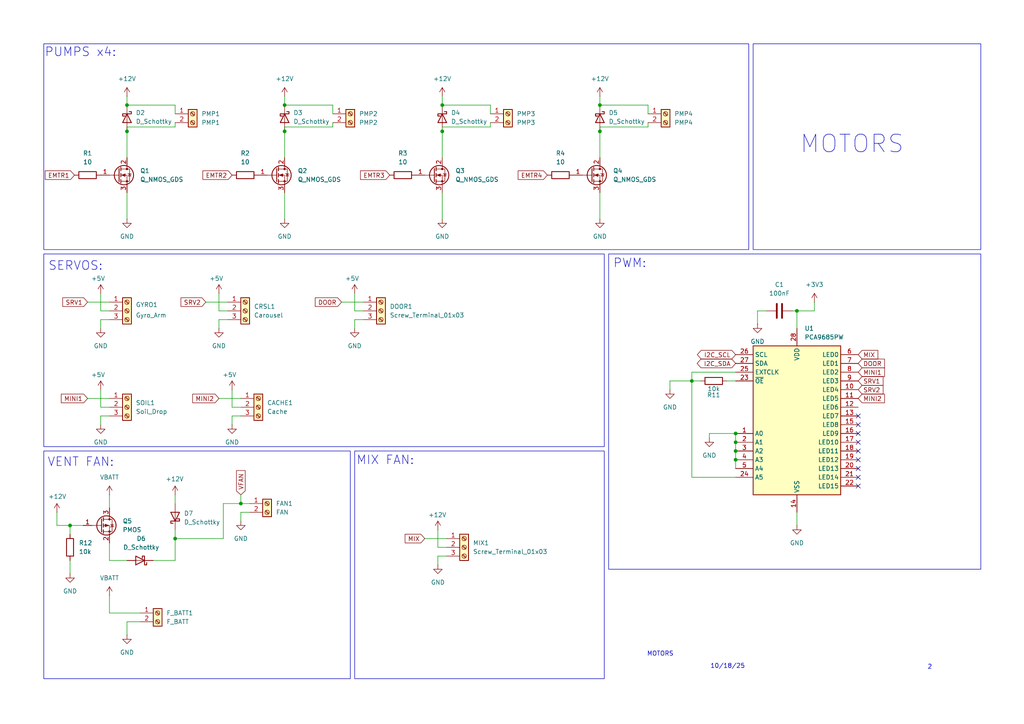
<source format=kicad_sch>
(kicad_sch (version 20250114) (generator "eeschema") (generator_version "9.0")
  (paper "A4")
  (lib_symbols
    (symbol "Connector:Screw_Terminal_01x02" (pin_names (offset 1.016) (hide yes))
      (property "Reference" "J" (at 0 2.54 0))
      (property "Value" "Screw_Terminal_01x02" (at 0 -5.08 0))
      (symbol "Screw_Terminal_01x02_1_1"
        (rectangle (start -1.27 1.27) (end 1.27 -3.81) (stroke (width 0.254)) (fill (type background)))
        (polyline (pts (xy -0.5334 0.3302) (xy 0.3302 -0.508)) (stroke (width 0.1524)))
        (polyline (pts (xy -0.5334 -2.2098) (xy 0.3302 -3.048)) (stroke (width 0.1524)))
        (polyline (pts (xy -0.3556 0.508) (xy 0.508 -0.3302)) (stroke (width 0.1524)))
        (polyline (pts (xy -0.3556 -2.032) (xy 0.508 -2.8702)) (stroke (width 0.1524)))
        (circle (center 0 0) (radius 0.635) (stroke (width 0.1524)))
        (circle (center 0 -2.54) (radius 0.635) (stroke (width 0.1524)))
        (pin passive line (at -5.08 0 0) (length 3.81) (name "Pin_1") (number "1"))
        (pin passive line (at -5.08 -2.54 0) (length 3.81) (name "Pin_2") (number "2"))
      )
    )
    (symbol "Connector:Screw_Terminal_01x03" (pin_names (offset 1.016) (hide yes))
      (property "Reference" "J" (at 0 5.08 0))
      (property "Value" "Screw_Terminal_01x03" (at 0 -5.08 0))
      (symbol "Screw_Terminal_01x03_1_1"
        (rectangle (start -1.27 3.81) (end 1.27 -3.81) (stroke (width 0.254)) (fill (type background)))
        (polyline (pts (xy -0.5334 2.8702) (xy 0.3302 2.032)) (stroke (width 0.1524)))
        (polyline (pts (xy -0.5334 0.3302) (xy 0.3302 -0.508)) (stroke (width 0.1524)))
        (polyline (pts (xy -0.5334 -2.2098) (xy 0.3302 -3.048)) (stroke (width 0.1524)))
        (polyline (pts (xy -0.3556 3.048) (xy 0.508 2.2098)) (stroke (width 0.1524)))
        (polyline (pts (xy -0.3556 0.508) (xy 0.508 -0.3302)) (stroke (width 0.1524)))
        (polyline (pts (xy -0.3556 -2.032) (xy 0.508 -2.8702)) (stroke (width 0.1524)))
        (circle (center 0 2.54) (radius 0.635) (stroke (width 0.1524)))
        (circle (center 0 0) (radius 0.635) (stroke (width 0.1524)))
        (circle (center 0 -2.54) (radius 0.635) (stroke (width 0.1524)))
        (pin passive line (at -5.08 2.54 0) (length 3.81) (name "Pin_1") (number "1"))
        (pin passive line (at -5.08 0 0) (length 3.81) (name "Pin_2") (number "2"))
        (pin passive line (at -5.08 -2.54 0) (length 3.81) (name "Pin_3") (number "3"))
      )
    )
    (symbol "Device:C" (pin_numbers (hide yes)) (pin_names (offset 0.254))
      (property "Reference" "C" (at 0.635 2.54 0))
      (property "Value" "C" (at 0.635 -2.54 0))
      (symbol "C_0_1"
        (polyline (pts (xy -2.032 0.762) (xy 2.032 0.762)) (stroke (width 0.508)))
        (polyline (pts (xy -2.032 -0.762) (xy 2.032 -0.762)) (stroke (width 0.508)))
      )
      (symbol "C_1_1"
        (pin passive line (at 0 3.81 270) (length 2.794) (name "~") (number "1"))
        (pin passive line (at 0 -3.81 90) (length 2.794) (name "~") (number "2"))
      )
    )
    (symbol "Device:D_Schottky" (pin_numbers (hide yes)) (pin_names (offset 1.016) (hide yes))
      (property "Reference" "D" (at 0 2.54 0))
      (property "Value" "D_Schottky" (at 0 -2.54 0))
      (symbol "D_Schottky_0_1"
        (polyline (pts (xy -1.905 0.635) (xy -1.905 1.27) (xy -1.27 1.27) (xy -1.27 -1.27) (xy -0.635 -1.27) (xy -0.635 -0.635)) (stroke (width 0.254)))
        (polyline (pts (xy 1.27 1.27) (xy 1.27 -1.27) (xy -1.27 0) (xy 1.27 1.27)) (stroke (width 0.254)))
        (polyline (pts (xy 1.27 0) (xy -1.27 0)))
      )
      (symbol "D_Schottky_1_1"
        (pin passive line (at -3.81 0 0) (length 2.54) (name "K") (number "1"))
        (pin passive line (at 3.81 0 180) (length 2.54) (name "A") (number "2"))
      )
    )
    (symbol "Device:Q_NMOS_GDS" (pin_names (offset 0) (hide yes))
      (property "Reference" "Q" (at 5.08 1.27 0))
      (property "Value" "Q_NMOS_GDS" (at 5.08 -1.27 0))
      (symbol "Q_NMOS_GDS_0_1"
        (polyline (pts (xy 0.254 1.905) (xy 0.254 -1.905)) (stroke (width 0.254)))
        (polyline (pts (xy 0.254 0) (xy -2.54 0)))
        (polyline (pts (xy 0.762 2.286) (xy 0.762 1.27)) (stroke (width 0.254)))
        (polyline (pts (xy 0.762 0.508) (xy 0.762 -0.508)) (stroke (width 0.254)))
        (polyline (pts (xy 0.762 -1.27) (xy 0.762 -2.286)) (stroke (width 0.254)))
        (polyline (pts (xy 0.762 -1.778) (xy 3.302 -1.778) (xy 3.302 1.778) (xy 0.762 1.778)))
        (polyline (pts (xy 1.016 0) (xy 2.032 0.381) (xy 2.032 -0.381) (xy 1.016 0)) (fill (type outline)))
        (circle (center 1.651 0) (radius 2.794) (stroke (width 0.254)))
        (polyline (pts (xy 2.54 2.54) (xy 2.54 1.778)))
        (circle (center 2.54 1.778) (radius 0.254) (fill (type outline)))
        (circle (center 2.54 -1.778) (radius 0.254) (fill (type outline)))
        (polyline (pts (xy 2.54 -2.54) (xy 2.54 0) (xy 0.762 0)))
        (polyline (pts (xy 2.794 0.508) (xy 2.921 0.381) (xy 3.683 0.381) (xy 3.81 0.254)))
        (polyline (pts (xy 3.302 0.381) (xy 2.921 -0.254) (xy 3.683 -0.254) (xy 3.302 0.381)))
      )
      (symbol "Q_NMOS_GDS_1_1"
        (pin input line (at -5.08 0 0) (length 2.54) (name "G") (number "1"))
        (pin passive line (at 2.54 5.08 270) (length 2.54) (name "D") (number "2"))
        (pin passive line (at 2.54 -5.08 90) (length 2.54) (name "S") (number "3"))
      )
    )
    (symbol "Device:Q_PMOS_GSD" (pin_names (offset 0) (hide yes))
      (property "Reference" "Q" (at 5.08 1.27 0))
      (property "Value" "Q_PMOS_GSD" (at 5.08 -1.27 0))
      (symbol "Q_PMOS_GSD_0_1"
        (polyline (pts (xy 0.254 1.905) (xy 0.254 -1.905)) (stroke (width 0.254)))
        (polyline (pts (xy 0.254 0) (xy -2.54 0)))
        (polyline (pts (xy 0.762 2.286) (xy 0.762 1.27)) (stroke (width 0.254)))
        (polyline (pts (xy 0.762 1.778) (xy 3.302 1.778) (xy 3.302 -1.778) (xy 0.762 -1.778)))
        (polyline (pts (xy 0.762 0.508) (xy 0.762 -0.508)) (stroke (width 0.254)))
        (polyline (pts (xy 0.762 -1.27) (xy 0.762 -2.286)) (stroke (width 0.254)))
        (circle (center 1.651 0) (radius 2.794) (stroke (width 0.254)))
        (polyline (pts (xy 2.286 0) (xy 1.27 0.381) (xy 1.27 -0.381) (xy 2.286 0)) (fill (type outline)))
        (polyline (pts (xy 2.54 2.54) (xy 2.54 1.778)))
        (circle (center 2.54 1.778) (radius 0.254) (fill (type outline)))
        (circle (center 2.54 -1.778) (radius 0.254) (fill (type outline)))
        (polyline (pts (xy 2.54 -2.54) (xy 2.54 0) (xy 0.762 0)))
        (polyline (pts (xy 2.794 -0.508) (xy 2.921 -0.381) (xy 3.683 -0.381) (xy 3.81 -0.254)))
        (polyline (pts (xy 3.302 -0.381) (xy 2.921 0.254) (xy 3.683 0.254) (xy 3.302 -0.381)))
      )
      (symbol "Q_PMOS_GSD_1_1"
        (pin input line (at -5.08 0 0) (length 2.54) (name "G") (number "1"))
        (pin passive line (at 2.54 5.08 270) (length 2.54) (name "D") (number "3"))
        (pin passive line (at 2.54 -5.08 90) (length 2.54) (name "S") (number "2"))
      )
    )
    (symbol "Device:R" (pin_numbers (hide yes)) (pin_names (offset 0))
      (property "Reference" "R" (at 2.032 0 90))
      (property "Value" "R" (at 0 0 90))
      (symbol "R_0_1"
        (rectangle (start -1.016 -2.54) (end 1.016 2.54) (stroke (width 0.254)))
      )
      (symbol "R_1_1"
        (pin passive line (at 0 3.81 270) (length 1.27) (name "~") (number "1"))
        (pin passive line (at 0 -3.81 90) (length 1.27) (name "~") (number "2"))
      )
    )
    (symbol "Driver_LED:PCA9685PW"
      (property "Reference" "U" (at -12.7 22.225 0))
      (property "Value" "PCA9685PW" (at 1.27 22.225 0))
      (symbol "PCA9685PW_0_1"
        (rectangle (start -12.7 20.32) (end 12.7 -22.86) (stroke (width 0.254)) (fill (type background)))
      )
      (symbol "PCA9685PW_1_1"
        (pin input line (at -17.78 17.78 0) (length 5.08) (name "SCL") (number "26"))
        (pin bidirectional line (at -17.78 15.24 0) (length 5.08) (name "SDA") (number "27"))
        (pin input line (at -17.78 12.7 0) (length 5.08) (name "EXTCLK") (number "25"))
        (pin input line (at -17.78 10.16 0) (length 5.08) (name "~{OE}") (number "23"))
        (pin input line (at -17.78 -5.08 0) (length 5.08) (name "A0") (number "1"))
        (pin input line (at -17.78 -7.62 0) (length 5.08) (name "A1") (number "2"))
        (pin input line (at -17.78 -10.16 0) (length 5.08) (name "A2") (number "3"))
        (pin input line (at -17.78 -12.7 0) (length 5.08) (name "A3") (number "4"))
        (pin input line (at -17.78 -15.24 0) (length 5.08) (name "A4") (number "5"))
        (pin input line (at -17.78 -17.78 0) (length 5.08) (name "A5") (number "24"))
        (pin power_in line (at 0 25.4 270) (length 5.08) (name "VDD") (number "28"))
        (pin power_in line (at 0 -27.94 90) (length 5.08) (name "VSS") (number "14"))
        (pin output line (at 17.78 17.78 180) (length 5.08) (name "LED0") (number "6"))
        (pin output line (at 17.78 15.24 180) (length 5.08) (name "LED1") (number "7"))
        (pin output line (at 17.78 12.7 180) (length 5.08) (name "LED2") (number "8"))
        (pin output line (at 17.78 10.16 180) (length 5.08) (name "LED3") (number "9"))
        (pin output line (at 17.78 7.62 180) (length 5.08) (name "LED4") (number "10"))
        (pin output line (at 17.78 5.08 180) (length 5.08) (name "LED5") (number "11"))
        (pin output line (at 17.78 2.54 180) (length 5.08) (name "LED6") (number "12"))
        (pin output line (at 17.78 0 180) (length 5.08) (name "LED7") (number "13"))
        (pin output line (at 17.78 -2.54 180) (length 5.08) (name "LED8") (number "15"))
        (pin output line (at 17.78 -5.08 180) (length 5.08) (name "LED9") (number "16"))
        (pin output line (at 17.78 -7.62 180) (length 5.08) (name "LED10") (number "17"))
        (pin output line (at 17.78 -10.16 180) (length 5.08) (name "LED11") (number "18"))
        (pin output line (at 17.78 -12.7 180) (length 5.08) (name "LED12") (number "19"))
        (pin output line (at 17.78 -15.24 180) (length 5.08) (name "LED13") (number "20"))
        (pin output line (at 17.78 -17.78 180) (length 5.08) (name "LED14") (number "21"))
        (pin output line (at 17.78 -20.32 180) (length 5.08) (name "LED15") (number "22"))
      )
    )
    (symbol "power:+24V" (power) (pin_numbers (hide yes)) (pin_names (offset 0) (hide yes))
      (property "Value" "+24V" (at 0 3.556 0))
      (symbol "+24V_0_1"
        (polyline (pts (xy -0.762 1.27) (xy 0 2.54)))
        (polyline (pts (xy 0 2.54) (xy 0.762 1.27)))
        (polyline (pts (xy 0 0) (xy 0 2.54)))
      )
      (symbol "+24V_1_1"
        (pin power_in line (at 0 0 90) (length 0) (name "~") (number "1"))
      )
    )
    (symbol "power:+3.3V" (power) (pin_numbers (hide yes)) (pin_names (offset 0) (hide yes))
      (property "Value" "+3.3V" (at 0 3.556 0))
      (symbol "+3.3V_0_1"
        (polyline (pts (xy -0.762 1.27) (xy 0 2.54)))
        (polyline (pts (xy 0 2.54) (xy 0.762 1.27)))
        (polyline (pts (xy 0 0) (xy 0 2.54)))
      )
      (symbol "+3.3V_1_1"
        (pin power_in line (at 0 0 90) (length 0) (name "~") (number "1"))
      )
    )
    (symbol "power:GND" (power) (pin_numbers (hide yes)) (pin_names (offset 0) (hide yes))
      (property "Value" "GND" (at 0 -3.81 0))
      (symbol "GND_0_1"
        (polyline (pts (xy 0 0) (xy 0 -1.27) (xy 1.27 -1.27) (xy 0 -2.54) (xy -1.27 -1.27) (xy 0 -1.27)))
      )
      (symbol "GND_1_1"
        (pin power_in line (at 0 0 270) (length 0) (name "~") (number "1"))
      )
    )
    (symbol "power:VCC" (power) (pin_numbers (hide yes)) (pin_names (offset 0) (hide yes))
      (property "Value" "VCC" (at 0 3.556 0))
      (symbol "VCC_0_1"
        (polyline (pts (xy -0.762 1.27) (xy 0 2.54)))
        (polyline (pts (xy 0 2.54) (xy 0.762 1.27)))
        (polyline (pts (xy 0 0) (xy 0 2.54)))
      )
      (symbol "VCC_1_1"
        (pin power_in line (at 0 0 90) (length 0) (name "~") (number "1"))
      )
    )
  )
  (rectangle (start 12.7 12.7) (end 217.17 72.39))
  (rectangle (start 218.44 12.7) (end 284.48 72.39))
  (rectangle (start 12.7 130.81) (end 101.6 196.85))
  (rectangle (start 12.7 73.66) (end 175.26 129.54))
  (rectangle (start 176.53 73.66) (end 284.48 165.1))
  (rectangle (start 102.87 130.81) (end 175.26 196.85))
  (text "MOTORS" (at 231.902 41.91 0) (effects (font (size 5.08 5.08)) (justify left)))
  (text "2\n" (at 268.986 193.548 0) (effects (font (size 1.27 1.27)) (justify left)))
  (text "MOTORS" (at 191.516 189.738 0) (effects (font (size 1.27 1.27))))
  (text "SERVOS:" (at 13.97 77.216 0) (effects (font (size 2.54 2.54)) (justify left)))
  (text "PWM:" (at 177.8 76.454 0) (effects (font (size 2.54 2.54)) (justify left)))
  (text "VENT FAN:" (at 13.716 134.112 0) (effects (font (size 2.54 2.54)) (justify left)))
  (text "PUMPS x4:\n\n" (at 23.368 17.272 0) (effects (font (size 2.54 2.54))))
  (text "10/18/25\n" (at 205.994 193.294 0) (effects (font (size 1.27 1.27)) (justify left)))
  (text "MIX FAN:\n\n" (at 111.76 135.636 0) (effects (font (size 2.54 2.54))))
  (junction (at 128.27 30.48))
  (junction (at 231.14 90.17))
  (junction (at 213.36 128.27))
  (junction (at 213.36 133.35))
  (junction (at 213.36 130.81))
  (junction (at 20.32 152.4))
  (junction (at 213.36 125.73))
  (junction (at 36.83 38.1))
  (junction (at 200.66 110.49))
  (junction (at 82.55 30.48))
  (junction (at 173.99 38.1))
  (junction (at 36.83 30.48))
  (junction (at 173.99 30.48))
  (junction (at 50.8 156.21))
  (junction (at 82.55 38.1))
  (junction (at 69.85 146.05))
  (junction (at 128.27 38.1))
  (no_connect (at 248.92 140.97))
  (no_connect (at 248.92 133.35))
  (no_connect (at 248.92 128.27))
  (no_connect (at 248.92 125.73))
  (no_connect (at 248.92 120.65))
  (no_connect (at 248.92 123.19))
  (no_connect (at 248.92 135.89))
  (no_connect (at 248.92 130.81))
  (no_connect (at 248.92 138.43))
  (wire (pts (xy 173.99 27.94) (xy 173.99 30.48)))
  (wire (pts (xy 20.32 162.56) (xy 20.32 166.37)))
  (wire (pts (xy 105.41 92.71) (xy 102.87 92.71)))
  (wire (pts (xy 213.36 135.89) (xy 213.36 133.35)))
  (wire (pts (xy 173.99 36.83) (xy 187.96 36.83)))
  (wire (pts (xy 213.36 125.73) (xy 205.74 125.73)))
  (wire (pts (xy 173.99 55.88) (xy 173.99 63.5)))
  (wire (pts (xy 82.55 55.88) (xy 82.55 63.5)))
  (wire (pts (xy 128.27 36.83) (xy 128.27 38.1)))
  (wire (pts (xy 29.21 113.03) (xy 29.21 118.11)))
  (wire (pts (xy 82.55 36.83) (xy 82.55 38.1)))
  (wire (pts (xy 50.8 30.48) (xy 50.8 33.02)))
  (wire (pts (xy 127 153.67) (xy 127 158.75)))
  (wire (pts (xy 36.83 55.88) (xy 36.83 63.5)))
  (wire (pts (xy 20.32 152.4) (xy 20.32 154.94)))
  (wire (pts (xy 63.5 115.57) (xy 69.85 115.57)))
  (wire (pts (xy 31.75 162.56) (xy 36.83 162.56)))
  (wire (pts (xy 29.21 92.71) (xy 29.21 95.25)))
  (wire (pts (xy 127 158.75) (xy 129.54 158.75)))
  (wire (pts (xy 222.25 90.17) (xy 219.71 90.17)))
  (wire (pts (xy 200.66 110.49) (xy 194.31 110.49)))
  (wire (pts (xy 200.66 138.43) (xy 200.66 110.49)))
  (wire (pts (xy 36.83 27.94) (xy 36.83 30.48)))
  (wire (pts (xy 67.31 118.11) (xy 69.85 118.11)))
  (wire (pts (xy 67.31 120.65) (xy 67.31 123.19)))
  (wire (pts (xy 36.83 180.34) (xy 36.83 184.15)))
  (wire (pts (xy 200.66 107.95) (xy 213.36 107.95)))
  (wire (pts (xy 29.21 90.17) (xy 31.75 90.17)))
  (wire (pts (xy 213.36 130.81) (xy 213.36 128.27)))
  (wire (pts (xy 194.31 110.49) (xy 194.31 113.03)))
  (wire (pts (xy 36.83 36.83) (xy 50.8 36.83)))
  (wire (pts (xy 50.8 36.83) (xy 50.8 35.56)))
  (wire (pts (xy 31.75 120.65) (xy 29.21 120.65)))
  (wire (pts (xy 96.52 30.48) (xy 96.52 33.02)))
  (wire (pts (xy 96.52 36.83) (xy 96.52 35.56)))
  (wire (pts (xy 69.85 148.59) (xy 69.85 151.13)))
  (wire (pts (xy 31.75 92.71) (xy 29.21 92.71)))
  (wire (pts (xy 25.4 115.57) (xy 31.75 115.57)))
  (wire (pts (xy 50.8 156.21) (xy 50.8 153.67)))
  (wire (pts (xy 64.77 156.21) (xy 64.77 146.05)))
  (wire (pts (xy 236.22 90.17) (xy 231.14 90.17)))
  (wire (pts (xy 67.31 113.03) (xy 67.31 118.11)))
  (wire (pts (xy 213.36 138.43) (xy 200.66 138.43)))
  (wire (pts (xy 231.14 90.17) (xy 231.14 95.25)))
  (wire (pts (xy 102.87 92.71) (xy 102.87 95.25)))
  (wire (pts (xy 219.71 90.17) (xy 219.71 93.98)))
  (wire (pts (xy 50.8 143.51) (xy 50.8 146.05)))
  (wire (pts (xy 200.66 110.49) (xy 203.2 110.49)))
  (wire (pts (xy 82.55 27.94) (xy 82.55 30.48)))
  (wire (pts (xy 25.4 87.63) (xy 31.75 87.63)))
  (wire (pts (xy 128.27 36.83) (xy 142.24 36.83)))
  (wire (pts (xy 31.75 177.8) (xy 31.75 172.72)))
  (wire (pts (xy 50.8 156.21) (xy 64.77 156.21)))
  (wire (pts (xy 29.21 120.65) (xy 29.21 123.19)))
  (wire (pts (xy 102.87 90.17) (xy 105.41 90.17)))
  (wire (pts (xy 142.24 36.83) (xy 142.24 35.56)))
  (wire (pts (xy 50.8 30.48) (xy 36.83 30.48)))
  (wire (pts (xy 213.36 128.27) (xy 213.36 125.73)))
  (wire (pts (xy 128.27 27.94) (xy 128.27 30.48)))
  (wire (pts (xy 69.85 120.65) (xy 67.31 120.65)))
  (wire (pts (xy 102.87 85.09) (xy 102.87 90.17)))
  (wire (pts (xy 59.69 87.63) (xy 66.04 87.63)))
  (wire (pts (xy 36.83 38.1) (xy 36.83 45.72)))
  (wire (pts (xy 231.14 152.4) (xy 231.14 148.59)))
  (wire (pts (xy 127 161.29) (xy 127 163.83)))
  (wire (pts (xy 31.75 157.48) (xy 31.75 162.56)))
  (wire (pts (xy 96.52 30.48) (xy 82.55 30.48)))
  (wire (pts (xy 187.96 36.83) (xy 187.96 35.56)))
  (wire (pts (xy 82.55 36.83) (xy 96.52 36.83)))
  (wire (pts (xy 29.21 85.09) (xy 29.21 90.17)))
  (wire (pts (xy 129.54 161.29) (xy 127 161.29)))
  (wire (pts (xy 231.14 90.17) (xy 229.87 90.17)))
  (wire (pts (xy 142.24 30.48) (xy 142.24 33.02)))
  (wire (pts (xy 99.06 87.63) (xy 105.41 87.63)))
  (wire (pts (xy 205.74 125.73) (xy 205.74 127)))
  (wire (pts (xy 123.19 156.21) (xy 129.54 156.21)))
  (wire (pts (xy 31.75 143.51) (xy 31.75 147.32)))
  (wire (pts (xy 236.22 87.63) (xy 236.22 90.17)))
  (wire (pts (xy 187.96 30.48) (xy 173.99 30.48)))
  (wire (pts (xy 64.77 146.05) (xy 69.85 146.05)))
  (wire (pts (xy 63.5 85.09) (xy 63.5 90.17)))
  (wire (pts (xy 16.51 152.4) (xy 16.51 148.59)))
  (wire (pts (xy 24.13 152.4) (xy 20.32 152.4)))
  (wire (pts (xy 200.66 110.49) (xy 200.66 107.95)))
  (wire (pts (xy 29.21 118.11) (xy 31.75 118.11)))
  (wire (pts (xy 210.82 110.49) (xy 213.36 110.49)))
  (wire (pts (xy 69.85 146.05) (xy 72.39 146.05)))
  (wire (pts (xy 44.45 162.56) (xy 50.8 162.56)))
  (wire (pts (xy 128.27 38.1) (xy 128.27 45.72)))
  (wire (pts (xy 173.99 36.83) (xy 173.99 38.1)))
  (wire (pts (xy 142.24 30.48) (xy 128.27 30.48)))
  (wire (pts (xy 36.83 180.34) (xy 40.64 180.34)))
  (wire (pts (xy 82.55 38.1) (xy 82.55 45.72)))
  (wire (pts (xy 63.5 92.71) (xy 63.5 95.25)))
  (wire (pts (xy 31.75 177.8) (xy 40.64 177.8)))
  (wire (pts (xy 69.85 143.51) (xy 69.85 146.05)))
  (wire (pts (xy 187.96 30.48) (xy 187.96 33.02)))
  (wire (pts (xy 20.32 152.4) (xy 16.51 152.4)))
  (wire (pts (xy 50.8 162.56) (xy 50.8 156.21)))
  (wire (pts (xy 213.36 133.35) (xy 213.36 130.81)))
  (wire (pts (xy 72.39 148.59) (xy 69.85 148.59)))
  (wire (pts (xy 66.04 92.71) (xy 63.5 92.71)))
  (wire (pts (xy 173.99 38.1) (xy 173.99 45.72)))
  (wire (pts (xy 63.5 90.17) (xy 66.04 90.17)))
  (wire (pts (xy 128.27 55.88) (xy 128.27 63.5)))
  (wire (pts (xy 36.83 36.83) (xy 36.83 38.1)))
  (global_label "I2C_SDA" (shape bidirectional) (at 213.36 105.41 180) (property "Intersheetrefs" "${INTERSHEET_REFS}" (effects (hide yes))))
  (global_label "MIX" (shape input) (at 123.19 156.21 180) (property "Intersheetrefs" "${INTERSHEET_REFS}" (effects (hide yes))))
  (global_label "EMTR1" (shape input) (at 21.59 50.8 180) (property "Intersheetrefs" "${INTERSHEET_REFS}" (effects (hide yes))))
  (global_label "DOOR" (shape input) (at 248.92 105.41 0) (property "Intersheetrefs" "${INTERSHEET_REFS}" (effects (hide yes))))
  (global_label "DOOR" (shape input) (at 99.06 87.63 180) (property "Intersheetrefs" "${INTERSHEET_REFS}" (effects (hide yes))))
  (global_label "MIX" (shape input) (at 248.92 102.87 0) (property "Intersheetrefs" "${INTERSHEET_REFS}" (effects (hide yes))))
  (global_label "EMTR2" (shape input) (at 67.31 50.8 180) (property "Intersheetrefs" "${INTERSHEET_REFS}" (effects (hide yes))))
  (global_label "MINI2" (shape input) (at 248.92 115.57 0) (property "Intersheetrefs" "${INTERSHEET_REFS}" (effects (hide yes))))
  (global_label "EMTR3" (shape input) (at 113.03 50.8 180) (property "Intersheetrefs" "${INTERSHEET_REFS}" (effects (hide yes))))
  (global_label "SRV2" (shape input) (at 248.92 113.03 0) (property "Intersheetrefs" "${INTERSHEET_REFS}" (effects (hide yes))))
  (global_label "I2C_SCL" (shape bidirectional) (at 213.36 102.87 180) (property "Intersheetrefs" "${INTERSHEET_REFS}" (effects (hide yes))))
  (global_label "MINI1" (shape input) (at 248.92 107.95 0) (property "Intersheetrefs" "${INTERSHEET_REFS}" (effects (hide yes))))
  (global_label "SRV1" (shape input) (at 25.4 87.63 180) (property "Intersheetrefs" "${INTERSHEET_REFS}" (effects (hide yes))))
  (global_label "MINI1" (shape input) (at 25.4 115.57 180) (property "Intersheetrefs" "${INTERSHEET_REFS}" (effects (hide yes))))
  (global_label "EMTR4" (shape input) (at 158.75 50.8 180) (property "Intersheetrefs" "${INTERSHEET_REFS}" (effects (hide yes))))
  (global_label "VFAN" (shape input) (at 69.85 143.51 90) (property "Intersheetrefs" "${INTERSHEET_REFS}" (effects (hide yes))))
  (global_label "SRV1" (shape input) (at 248.92 110.49 0) (property "Intersheetrefs" "${INTERSHEET_REFS}" (effects (hide yes))))
  (global_label "MINI2" (shape input) (at 63.5 115.57 180) (property "Intersheetrefs" "${INTERSHEET_REFS}" (effects (hide yes))))
  (global_label "SRV2" (shape input) (at 59.69 87.63 180) (property "Intersheetrefs" "${INTERSHEET_REFS}" (effects (hide yes))))
  (symbol (lib_id "Connector:Screw_Terminal_01x03") (at 134.62 158.75 0) (unit 1)
    (property "Reference" "MIX1" (at 137.16 157.4799 0) (effects (justify left)))
    (property "Value" "Screw_Terminal_01x03" (at 137.16 160.0199 0) (effects (justify left)))
    (property "Footprint" "TerminalBlock:TerminalBlock_Xinya_XY308-2.54-3P_1x03_P2.54mm_Horizontal" (effects (hide yes)))
    (property "Description" "Generic screw terminal, single row, 01x03, script generated (kicad-library-utils/schlib/autogen/connector/)" (effects (hide yes)))
  )
  (symbol (lib_id "power:GND") (at 63.5 95.25 0) (unit 1)
    (property "Reference" "#PWR030" (effects (hide yes)))
    (property "Value" "GND" (at 63.5 100.33 0))
    (property "Description" "Power symbol creates a global label with name \"GND\" , ground" (effects (hide yes)))
  )
  (symbol (lib_id "Device:R") (at 162.56 50.8 90) (unit 1)
    (property "Reference" "R4" (at 162.56 44.45 90))
    (property "Value" "10" (at 162.56 46.99 90))
    (property "Footprint" "Resistor_SMD:R_0603_1608Metric" (effects (hide yes)))
    (property "Description" "Resistor" (effects (hide yes)))
  )
  (symbol (lib_id "power:+3.3V") (at 82.55 27.94 0) (unit 1)
    (property "Reference" "#PWR015" (effects (hide yes)))
    (property "Value" "+12V" (at 82.55 22.86 0))
    (property "Description" "Power symbol creates a global label with name \"+3.3V\"" (effects (hide yes)))
  )
  (symbol (lib_id "Connector:Screw_Terminal_01x02") (at 45.72 177.8 0) (unit 1)
    (property "Reference" "F_BATT1" (at 48.26 177.7999 0) (effects (justify left)))
    (property "Value" "F_BATT" (at 48.26 180.3399 0) (effects (justify left)))
    (property "Footprint" "SJSU_common:Pluggable_Terminal_2.54mm_2P_Horizontal" (effects (hide yes)))
    (property "Description" "Generic screw terminal, single row, 01x02, script generated (kicad-library-utils/schlib/autogen/connector/)" (effects (hide yes)))
  )
  (symbol (lib_id "Device:D_Schottky") (at 40.64 162.56 180) (unit 1)
    (property "Reference" "D6" (at 40.9575 156.21 0))
    (property "Value" "D_Schottky" (at 40.9575 158.75 0))
    (property "Footprint" "Diode_SMD:D_SMA" (effects (hide yes)))
    (property "Description" "Schottky diode" (effects (hide yes)))
  )
  (symbol (lib_id "Device:D_Schottky") (at 173.99 34.29 270) (unit 1)
    (property "Reference" "D5" (at 176.53 32.7024 90) (effects (justify left)))
    (property "Value" "D_Schottky" (at 176.53 35.2424 90) (effects (justify left)))
    (property "Footprint" "Diode_SMD:D_SMA" (effects (hide yes)))
    (property "Description" "Schottky diode" (effects (hide yes)))
  )
  (symbol (lib_id "Device:R") (at 71.12 50.8 90) (unit 1)
    (property "Reference" "R2" (at 71.12 44.45 90))
    (property "Value" "10" (at 71.12 46.99 90))
    (property "Footprint" "Resistor_SMD:R_0603_1608Metric" (effects (hide yes)))
    (property "Description" "Resistor" (effects (hide yes)))
  )
  (symbol (lib_id "power:VCC") (at 31.75 143.51 0) (unit 1)
    (property "Reference" "#PWR048" (effects (hide yes)))
    (property "Value" "VBATT" (at 31.75 138.43 0))
    (property "Description" "Power symbol creates a global label with name \"VCC\"" (effects (hide yes)))
  )
  (symbol (lib_id "Device:Q_NMOS_GDS") (at 125.73 50.8 0) (unit 1)
    (property "Reference" "Q3" (at 132.08 49.5299 0) (effects (justify left)))
    (property "Value" "Q_NMOS_GDS" (at 132.08 52.0699 0) (effects (justify left)))
    (property "Footprint" "Package_TO_SOT_SMD:TO-252-2" (effects (hide yes)))
    (property "Description" "N-MOSFET transistor, gate/drain/source" (effects (hide yes)))
  )
  (symbol (lib_id "Device:D_Schottky") (at 50.8 149.86 90) (unit 1)
    (property "Reference" "D7" (at 53.34 148.9074 90) (effects (justify right)))
    (property "Value" "D_Schottky" (at 53.34 151.4474 90) (effects (justify right)))
    (property "Footprint" "Diode_SMD:D_SMA" (effects (hide yes)))
    (property "Description" "Schottky diode" (effects (hide yes)))
  )
  (symbol (lib_id "Device:Q_PMOS_GSD") (at 29.21 152.4 0) (unit 1)
    (property "Reference" "Q5" (at 35.56 151.1299 0) (effects (justify left)))
    (property "Value" "PMOS" (at 35.56 153.6699 0) (effects (justify left)))
    (property "Footprint" "Package_TO_SOT_SMD:SOT-23" (effects (hide yes)))
    (property "Description" "P-MOSFET transistor, gate/source/drain" (effects (hide yes)))
    (property "Sim.Device" "PMOS" (effects (hide yes)))
    (property "Sim.Type" "VDMOS" (effects (hide yes)))
    (property "Sim.Pins" "1=D 2=G 3=S" (effects (hide yes)))
  )
  (symbol (lib_id "power:+3.3V") (at 128.27 27.94 0) (unit 1)
    (property "Reference" "#PWR017" (effects (hide yes)))
    (property "Value" "+12V" (at 128.27 22.86 0))
    (property "Description" "Power symbol creates a global label with name \"+3.3V\"" (effects (hide yes)))
  )
  (symbol (lib_id "power:+24V") (at 67.31 113.03 0) (unit 1)
    (property "Reference" "#PWR035" (effects (hide yes)))
    (property "Value" "+5V" (at 64.516 108.712 0) (effects (justify left)))
    (property "Description" "Power symbol creates a global label with name \"+24V\"" (effects (hide yes)))
  )
  (symbol (lib_id "Device:Q_NMOS_GDS") (at 171.45 50.8 0) (unit 1)
    (property "Reference" "Q4" (at 177.8 49.5299 0) (effects (justify left)))
    (property "Value" "Q_NMOS_GDS" (at 177.8 52.0699 0) (effects (justify left)))
    (property "Footprint" "Package_TO_SOT_SMD:TO-252-2" (effects (hide yes)))
    (property "Description" "N-MOSFET transistor, gate/drain/source" (effects (hide yes)))
  )
  (symbol (lib_id "power:GND") (at 173.99 63.5 0) (unit 1)
    (property "Reference" "#PWR020" (effects (hide yes)))
    (property "Value" "GND" (at 173.99 68.58 0))
    (property "Description" "Power symbol creates a global label with name \"GND\" , ground" (effects (hide yes)))
  )
  (symbol (lib_id "Device:D_Schottky") (at 128.27 34.29 270) (unit 1)
    (property "Reference" "D4" (at 130.81 32.7024 90) (effects (justify left)))
    (property "Value" "D_Schottky" (at 130.81 35.2424 90) (effects (justify left)))
    (property "Footprint" "Diode_SMD:D_SMA" (effects (hide yes)))
    (property "Description" "Schottky diode" (effects (hide yes)))
  )
  (symbol (lib_id "Connector:Screw_Terminal_01x03") (at 36.83 118.11 0) (unit 1)
    (property "Reference" "SOIL1" (at 39.37 116.8399 0) (effects (justify left)))
    (property "Value" "Soil_Drop" (at 39.37 119.3799 0) (effects (justify left)))
    (property "Footprint" "TerminalBlock:TerminalBlock_Xinya_XY308-2.54-3P_1x03_P2.54mm_Horizontal" (effects (hide yes)))
    (property "Description" "Generic screw terminal, single row, 01x03, script generated (kicad-library-utils/schlib/autogen/connector/)" (effects (hide yes)))
  )
  (symbol (lib_id "power:GND") (at 231.14 152.4 0) (unit 1)
    (property "Reference" "#PWR053" (effects (hide yes)))
    (property "Value" "GND" (at 231.14 157.48 0))
    (property "Description" "Power symbol creates a global label with name \"GND\" , ground" (effects (hide yes)))
  )
  (symbol (lib_id "power:GND") (at 219.71 93.98 0) (unit 1)
    (property "Reference" "#PWR050" (effects (hide yes)))
    (property "Value" "GND" (at 219.71 99.06 0))
    (property "Description" "Power symbol creates a global label with name \"GND\" , ground" (effects (hide yes)))
  )
  (symbol (lib_id "power:+24V") (at 50.8 143.51 0) (unit 1)
    (property "Reference" "#PWR057" (effects (hide yes)))
    (property "Value" "+12V" (at 48.006 138.938 0) (effects (justify left)))
    (property "Description" "Power symbol creates a global label with name \"+24V\"" (effects (hide yes)))
  )
  (symbol (lib_id "Device:D_Schottky") (at 82.55 34.29 270) (unit 1)
    (property "Reference" "D3" (at 85.09 32.7024 90) (effects (justify left)))
    (property "Value" "D_Schottky" (at 85.09 35.2424 90) (effects (justify left)))
    (property "Footprint" "Diode_SMD:D_SMA" (effects (hide yes)))
    (property "Description" "Schottky diode" (effects (hide yes)))
  )
  (symbol (lib_id "power:+24V") (at 127 153.67 0) (unit 1)
    (property "Reference" "#PWR024" (effects (hide yes)))
    (property "Value" "+12V" (at 124.206 149.352 0) (effects (justify left)))
    (property "Description" "Power symbol creates a global label with name \"+24V\"" (effects (hide yes)))
  )
  (symbol (lib_id "power:+24V") (at 102.87 85.09 0) (unit 1)
    (property "Reference" "#PWR045" (effects (hide yes)))
    (property "Value" "+5V" (at 100.076 80.772 0) (effects (justify left)))
    (property "Description" "Power symbol creates a global label with name \"+24V\"" (effects (hide yes)))
  )
  (symbol (lib_id "Device:R") (at 207.01 110.49 90) (unit 1)
    (property "Reference" "R11" (at 207.01 114.554 90))
    (property "Value" "10k" (at 207.01 112.776 90))
    (property "Footprint" "Resistor_SMD:R_0603_1608Metric" (effects (hide yes)))
    (property "Description" "Resistor" (effects (hide yes)))
  )
  (symbol (lib_id "power:GND") (at 29.21 95.25 0) (unit 1)
    (property "Reference" "#PWR026" (effects (hide yes)))
    (property "Value" "GND" (at 29.21 100.33 0))
    (property "Description" "Power symbol creates a global label with name \"GND\" , ground" (effects (hide yes)))
  )
  (symbol (lib_id "Connector:Screw_Terminal_01x03") (at 110.49 90.17 0) (unit 1)
    (property "Reference" "DOOR1" (at 113.03 88.8999 0) (effects (justify left)))
    (property "Value" "Screw_Terminal_01x03" (at 113.03 91.4399 0) (effects (justify left)))
    (property "Footprint" "TerminalBlock:TerminalBlock_Xinya_XY308-2.54-3P_1x03_P2.54mm_Horizontal" (effects (hide yes)))
    (property "Description" "Generic screw terminal, single row, 01x03, script generated (kicad-library-utils/schlib/autogen/connector/)" (effects (hide yes)))
  )
  (symbol (lib_id "power:GND") (at 205.74 127 0) (unit 1)
    (property "Reference" "#PWR049" (effects (hide yes)))
    (property "Value" "GND" (at 205.74 132.08 0))
    (property "Description" "Power symbol creates a global label with name \"GND\" , ground" (effects (hide yes)))
  )
  (symbol (lib_id "power:GND") (at 36.83 63.5 0) (unit 1)
    (property "Reference" "#PWR09" (effects (hide yes)))
    (property "Value" "GND" (at 36.83 68.58 0))
    (property "Description" "Power symbol creates a global label with name \"GND\" , ground" (effects (hide yes)))
  )
  (symbol (lib_id "power:GND") (at 194.31 113.03 0) (unit 1)
    (property "Reference" "#PWR047" (effects (hide yes)))
    (property "Value" "GND" (at 194.31 118.11 0))
    (property "Description" "Power symbol creates a global label with name \"GND\" , ground" (effects (hide yes)))
  )
  (symbol (lib_id "Device:Q_NMOS_GDS") (at 34.29 50.8 0) (unit 1)
    (property "Reference" "Q1" (at 40.64 49.5299 0) (effects (justify left)))
    (property "Value" "Q_NMOS_GDS" (at 40.64 52.0699 0) (effects (justify left)))
    (property "Footprint" "Package_TO_SOT_SMD:TO-252-2" (effects (hide yes)))
    (property "Description" "N-MOSFET transistor, gate/drain/source" (effects (hide yes)))
  )
  (symbol (lib_id "Connector:Screw_Terminal_01x03") (at 74.93 118.11 0) (unit 1)
    (property "Reference" "CACHE1" (at 77.47 116.8399 0) (effects (justify left)))
    (property "Value" "Cache" (at 77.47 119.3799 0) (effects (justify left)))
    (property "Footprint" "TerminalBlock:TerminalBlock_Xinya_XY308-2.54-3P_1x03_P2.54mm_Horizontal" (effects (hide yes)))
    (property "Description" "Generic screw terminal, single row, 01x03, script generated (kicad-library-utils/schlib/autogen/connector/)" (effects (hide yes)))
  )
  (symbol (lib_id "Device:R") (at 116.84 50.8 90) (unit 1)
    (property "Reference" "R3" (at 116.84 44.45 90))
    (property "Value" "10" (at 116.84 46.99 90))
    (property "Footprint" "Resistor_SMD:R_0603_1608Metric" (effects (hide yes)))
    (property "Description" "Resistor" (effects (hide yes)))
  )
  (symbol (lib_id "Device:Q_NMOS_GDS") (at 80.01 50.8 0) (unit 1)
    (property "Reference" "Q2" (at 86.36 49.5299 0) (effects (justify left)))
    (property "Value" "Q_NMOS_GDS" (at 86.36 52.0699 0) (effects (justify left)))
    (property "Footprint" "Package_TO_SOT_SMD:TO-252-2" (effects (hide yes)))
    (property "Description" "N-MOSFET transistor, gate/drain/source" (effects (hide yes)))
  )
  (symbol (lib_id "power:GND") (at 69.85 151.13 0) (unit 1)
    (property "Reference" "#PWR058" (effects (hide yes)))
    (property "Value" "GND" (at 69.85 156.21 0))
    (property "Description" "Power symbol creates a global label with name \"GND\" , ground" (effects (hide yes)))
  )
  (symbol (lib_id "Connector:Screw_Terminal_01x02") (at 77.47 146.05 0) (unit 1)
    (property "Reference" "FAN1" (at 80.01 146.0499 0) (effects (justify left)))
    (property "Value" "FAN" (at 80.01 148.5899 0) (effects (justify left)))
    (property "Footprint" "SJSU_common:Pluggable_Terminal_2.54mm_2P_Horizontal" (effects (hide yes)))
    (property "Description" "Generic screw terminal, single row, 01x02, script generated (kicad-library-utils/schlib/autogen/connector/)" (effects (hide yes)))
  )
  (symbol (lib_id "Driver_LED:PCA9685PW") (at 231.14 120.65 0) (unit 1)
    (property "Reference" "U1" (at 233.3341 95.25 0) (effects (justify left)))
    (property "Value" "PCA9685PW" (at 233.3341 97.79 0) (effects (justify left)))
    (property "Footprint" "Package_SO:TSSOP-28_4.4x9.7mm_P0.65mm" (effects (hide yes)))
    (property "Datasheet" "http://www.nxp.com/docs/en/data-sheet/PCA9685.pdf" (effects (hide yes)))
    (property "Description" "16-channel 12-bit PWM Fm+ I2C-bus LED controller RGBA TSSOP" (effects (hide yes)))
  )
  (symbol (lib_id "Device:R") (at 25.4 50.8 90) (unit 1)
    (property "Reference" "R1" (at 25.4 44.45 90))
    (property "Value" "10" (at 25.4 46.99 90))
    (property "Footprint" "Resistor_SMD:R_0603_1608Metric" (effects (hide yes)))
    (property "Description" "Resistor" (effects (hide yes)))
  )
  (symbol (lib_id "Connector:Screw_Terminal_01x03") (at 71.12 90.17 0) (unit 1)
    (property "Reference" "CRSL1" (at 73.66 88.8999 0) (effects (justify left)))
    (property "Value" "Carousel" (at 73.66 91.4399 0) (effects (justify left)))
    (property "Footprint" "TerminalBlock:TerminalBlock_Xinya_XY308-2.54-3P_1x03_P2.54mm_Horizontal" (effects (hide yes)))
    (property "Description" "Generic screw terminal, single row, 01x03, script generated (kicad-library-utils/schlib/autogen/connector/)" (effects (hide yes)))
  )
  (symbol (lib_id "power:+3.3V") (at 236.22 87.63 0) (unit 1)
    (property "Reference" "#PWR054" (effects (hide yes)))
    (property "Value" "+3V3" (at 236.22 82.55 0))
    (property "Description" "Power symbol creates a global label with name \"+3.3V\"" (effects (hide yes)))
  )
  (symbol (lib_id "Device:D_Schottky") (at 36.83 34.29 270) (unit 1)
    (property "Reference" "D2" (at 39.37 32.7024 90) (effects (justify left)))
    (property "Value" "D_Schottky" (at 39.37 35.2424 90) (effects (justify left)))
    (property "Footprint" "Diode_SMD:D_SMA" (effects (hide yes)))
    (property "Description" "Schottky diode" (effects (hide yes)))
  )
  (symbol (lib_id "Connector:Screw_Terminal_01x03") (at 36.83 90.17 0) (unit 1)
    (property "Reference" "GYRO1" (at 39.37 88.392 0) (effects (justify left)))
    (property "Value" "Gyro_Arm" (at 39.37 91.4399 0) (effects (justify left)))
    (property "Footprint" "TerminalBlock:TerminalBlock_Xinya_XY308-2.54-3P_1x03_P2.54mm_Horizontal" (effects (hide yes)))
    (property "Description" "Generic screw terminal, single row, 01x03, script generated (kicad-library-utils/schlib/autogen/connector/)" (effects (hide yes)))
  )
  (symbol (lib_id "power:GND") (at 36.83 184.15 0) (unit 1)
    (property "Reference" "#PWR056" (effects (hide yes)))
    (property "Value" "GND" (at 36.83 189.23 0))
    (property "Description" "Power symbol creates a global label with name \"GND\" , ground" (effects (hide yes)))
  )
  (symbol (lib_id "Connector:Screw_Terminal_01x02") (at 147.32 33.02 0) (unit 1)
    (property "Reference" "PMP3" (at 149.86 33.0199 0) (effects (justify left)))
    (property "Value" "PMP3" (at 149.86 35.5599 0) (effects (justify left)))
    (property "Footprint" "SJSU_common:Pluggable_Terminal_2.54mm_2P_Horizontal" (effects (hide yes)))
    (property "Description" "Generic screw terminal, single row, 01x02, script generated (kicad-library-utils/schlib/autogen/connector/)" (effects (hide yes)))
  )
  (symbol (lib_id "power:GND") (at 127 163.83 0) (unit 1)
    (property "Reference" "#PWR069" (effects (hide yes)))
    (property "Value" "GND" (at 127 168.91 0))
    (property "Description" "Power symbol creates a global label with name \"GND\" , ground" (effects (hide yes)))
  )
  (symbol (lib_id "power:GND") (at 128.27 63.5 0) (unit 1)
    (property "Reference" "#PWR018" (effects (hide yes)))
    (property "Value" "GND" (at 128.27 68.58 0))
    (property "Description" "Power symbol creates a global label with name \"GND\" , ground" (effects (hide yes)))
  )
  (symbol (lib_id "power:+24V") (at 16.51 148.59 0) (unit 1)
    (property "Reference" "#PWR012" (effects (hide yes)))
    (property "Value" "+12V" (at 13.97 144.018 0) (effects (justify left)))
    (property "Description" "Power symbol creates a global label with name \"+24V\"" (effects (hide yes)))
  )
  (symbol (lib_id "power:+3.3V") (at 173.99 27.94 0) (unit 1)
    (property "Reference" "#PWR019" (effects (hide yes)))
    (property "Value" "+12V" (at 173.99 22.86 0))
    (property "Description" "Power symbol creates a global label with name \"+3.3V\"" (effects (hide yes)))
  )
  (symbol (lib_id "Connector:Screw_Terminal_01x02") (at 193.04 33.02 0) (unit 1)
    (property "Reference" "PMP4" (at 195.58 33.0199 0) (effects (justify left)))
    (property "Value" "PMP4" (at 195.58 35.5599 0) (effects (justify left)))
    (property "Footprint" "SJSU_common:Pluggable_Terminal_2.54mm_2P_Horizontal" (effects (hide yes)))
    (property "Description" "Generic screw terminal, single row, 01x02, script generated (kicad-library-utils/schlib/autogen/connector/)" (effects (hide yes)))
  )
  (symbol (lib_id "power:VCC") (at 31.75 172.72 0) (unit 1)
    (property "Reference" "#PWR055" (effects (hide yes)))
    (property "Value" "VBATT" (at 31.75 167.64 0))
    (property "Description" "Power symbol creates a global label with name \"VCC\"" (effects (hide yes)))
  )
  (symbol (lib_id "power:GND") (at 102.87 95.25 0) (unit 1)
    (property "Reference" "#PWR046" (effects (hide yes)))
    (property "Value" "GND" (at 102.87 100.33 0))
    (property "Description" "Power symbol creates a global label with name \"GND\" , ground" (effects (hide yes)))
  )
  (symbol (lib_id "power:+24V") (at 63.5 85.09 0) (unit 1)
    (property "Reference" "#PWR029" (effects (hide yes)))
    (property "Value" "+5V" (at 60.706 80.772 0) (effects (justify left)))
    (property "Description" "Power symbol creates a global label with name \"+24V\"" (effects (hide yes)))
  )
  (symbol (lib_id "power:+24V") (at 29.21 85.09 0) (unit 1)
    (property "Reference" "#PWR025" (effects (hide yes)))
    (property "Value" "+5V" (at 26.416 80.772 0) (effects (justify left)))
    (property "Description" "Power symbol creates a global label with name \"+24V\"" (effects (hide yes)))
  )
  (symbol (lib_id "Device:R") (at 20.32 158.75 0) (unit 1)
    (property "Reference" "R12" (at 22.86 157.4799 0) (effects (justify left)))
    (property "Value" "10k" (at 22.86 160.0199 0) (effects (justify left)))
    (property "Footprint" "Resistor_SMD:R_0603_1608Metric" (effects (hide yes)))
    (property "Description" "Resistor" (effects (hide yes)))
  )
  (symbol (lib_id "Connector:Screw_Terminal_01x02") (at 55.88 33.02 0) (unit 1)
    (property "Reference" "PMP1" (at 58.42 33.0199 0) (effects (justify left)))
    (property "Value" "PMP1" (at 58.42 35.5599 0) (effects (justify left)))
    (property "Footprint" "SJSU_common:Pluggable_Terminal_2.54mm_2P_Horizontal" (effects (hide yes)))
    (property "Description" "Generic screw terminal, single row, 01x02, script generated (kicad-library-utils/schlib/autogen/connector/)" (effects (hide yes)))
  )
  (symbol (lib_id "Connector:Screw_Terminal_01x02") (at 101.6 33.02 0) (unit 1)
    (property "Reference" "PMP2" (at 104.14 33.0199 0) (effects (justify left)))
    (property "Value" "PMP2" (at 104.14 35.5599 0) (effects (justify left)))
    (property "Footprint" "SJSU_common:Pluggable_Terminal_2.54mm_2P_Horizontal" (effects (hide yes)))
    (property "Description" "Generic screw terminal, single row, 01x02, script generated (kicad-library-utils/schlib/autogen/connector/)" (effects (hide yes)))
  )
  (symbol (lib_id "power:GND") (at 29.21 123.19 0) (unit 1)
    (property "Reference" "#PWR028" (effects (hide yes)))
    (property "Value" "GND" (at 29.21 128.27 0))
    (property "Description" "Power symbol creates a global label with name \"GND\" , ground" (effects (hide yes)))
  )
  (symbol (lib_id "power:GND") (at 82.55 63.5 0) (unit 1)
    (property "Reference" "#PWR016" (effects (hide yes)))
    (property "Value" "GND" (at 82.55 68.58 0))
    (property "Description" "Power symbol creates a global label with name \"GND\" , ground" (effects (hide yes)))
  )
  (symbol (lib_id "Device:C") (at 226.06 90.17 90) (unit 1)
    (property "Reference" "C1" (at 226.06 82.55 90))
    (property "Value" "100nF" (at 226.06 85.09 90))
    (property "Footprint" "Capacitor_SMD:C_0603_1608Metric" (effects (hide yes)))
    (property "Description" "Unpolarized capacitor" (effects (hide yes)))
  )
  (symbol (lib_id "power:GND") (at 20.32 166.37 0) (unit 1)
    (property "Reference" "#PWR014" (effects (hide yes)))
    (property "Value" "GND" (at 20.32 171.45 0))
    (property "Description" "Power symbol creates a global label with name \"GND\" , ground" (effects (hide yes)))
  )
  (symbol (lib_id "power:+24V") (at 29.21 113.03 0) (unit 1)
    (property "Reference" "#PWR027" (effects (hide yes)))
    (property "Value" "+5V" (at 26.416 108.712 0) (effects (justify left)))
    (property "Description" "Power symbol creates a global label with name \"+24V\"" (effects (hide yes)))
  )
  (symbol (lib_id "power:+3.3V") (at 36.83 27.94 0) (unit 1)
    (property "Reference" "#PWR08" (effects (hide yes)))
    (property "Value" "+12V" (at 36.83 22.86 0))
    (property "Description" "Power symbol creates a global label with name \"+3.3V\"" (effects (hide yes)))
  )
  (symbol (lib_id "power:GND") (at 67.31 123.19 0) (unit 1)
    (property "Reference" "#PWR036" (effects (hide yes)))
    (property "Value" "GND" (at 67.31 128.27 0))
    (property "Description" "Power symbol creates a global label with name \"GND\" , ground" (effects (hide yes)))
  )
  (sheet (at 302.26 73.66) (size 83.82 57.15) (stroke (width 0.1524))
    (property "Sheetname" "Breakouts" (at 302.26 72.9484 0) (effects (justify left bottom)))
    (property "Sheetfile" "breakouts.kicad_sch" (at 302.26 131.3946 0) (effects (justify left top)))
  )
  (sheet (at 466.09 73.66) (size 68.58 57.15) (stroke (width 0.1524))
    (property "Sheetname" "USB Programming" (at 466.09 72.9484 0) (effects (justify left bottom)))
    (property "Sheetfile" "USB.kicad_sch" (at 466.09 131.3946 0) (effects (justify left top)))
  )
  (sheet (at 302.26 0) (size 83.82 68.58) (stroke (width 0.1524))
    (property "Sheetname" "PWR" (at 302.26 -0.7116 0) (effects (justify left bottom)))
    (property "Sheetfile" "PWR.kicad_sch" (at 302.26 69.1646 0) (effects (justify left top)))
  )
  (sheet (at 387.35 73.66) (size 77.47 57.15) (stroke (width 0.1524))
    (property "Sheetname" "Sensors" (at 387.35 72.9484 0) (effects (justify left bottom)))
    (property "Sheetfile" "sensors.kicad_sch" (at 387.35 131.3946 0) (effects (justify left top)))
  )
  (sheet (at 387.35 0) (size 77.47 68.58) (stroke (width 0.1524))
    (property "Sheetname" "MICROMOD" (at 387.35 -0.7116 0) (effects (justify left bottom)))
    (property "Sheetfile" "comms.kicad_sch" (at 387.35 69.1646 0) (effects (justify left top)))
  )
)
</source>
